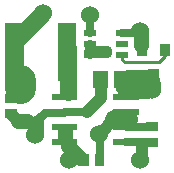
<source format=gbr>
G04 start of page 2 for group 0 idx 0 *
G04 Title: (unknown), component *
G04 Creator: pcb 20140316 *
G04 CreationDate: Sat Sep  5 02:44:50 2015 UTC *
G04 For: dima *
G04 Format: Gerber/RS-274X *
G04 PCB-Dimensions (mil): 944.88 944.88 *
G04 PCB-Coordinate-Origin: lower left *
%MOIN*%
%FSLAX25Y25*%
%LNTOP*%
%ADD36C,0.0200*%
%ADD35C,0.0350*%
%ADD34C,0.0439*%
%ADD33C,0.0600*%
%ADD32R,0.0340X0.0340*%
%ADD31R,0.0512X0.0512*%
%ADD30R,0.0200X0.0200*%
%ADD29R,0.0295X0.0295*%
%ADD28C,0.0197*%
%ADD27C,0.0001*%
%ADD26R,0.0197X0.0197*%
%ADD25R,0.0610X0.0610*%
%ADD24C,0.0550*%
%ADD23C,0.0257*%
%ADD22C,0.1037*%
%ADD21C,0.0565*%
%ADD20C,0.0486*%
%ADD19C,0.0500*%
%ADD18C,0.0644*%
%ADD17C,0.0336*%
%ADD16C,0.0415*%
%ADD15C,0.0250*%
%ADD14C,0.0494*%
%ADD13C,0.0100*%
%ADD12C,0.0950*%
%ADD11C,0.0407*%
G54D11*X54504Y49207D02*Y42907D01*
G54D12*X64089Y47707D02*X69704D01*
G54D13*X72184Y50787D02*X72104Y50707D01*
X61531Y57289D02*Y55880D01*
X62504Y54907D01*
X74004D02*X76004Y56907D01*
Y58407D01*
X74004Y54907D02*X62504D01*
X68204Y58907D02*X68898Y59601D01*
G54D14*X68002Y60856D02*Y65428D01*
G54D15*X61531Y64769D02*X67045D01*
X67636Y65359D01*
G54D16*X56299Y58268D02*X50787D01*
G54D13*Y57305D02*X50804Y57289D01*
Y58284D02*X50787Y58268D01*
G54D17*X50820Y60640D02*Y57895D01*
G54D18*X59004Y35907D02*X63504D01*
G54D15*X62992Y28307D02*X71663D01*
X71704Y28348D01*
Y33466D02*X63151D01*
G54D11*X68110Y21654D02*Y27520D01*
G54D15*X54122Y22407D02*Y31025D01*
G54D11*X59004Y35907D01*
G54D14*X42504Y29907D02*Y31907D01*
G54D19*X43504Y26907D02*X47504Y22907D01*
G54D13*X48819Y21592D02*X48788Y21622D01*
G54D11*X54504Y42907D02*X50004Y38407D01*
G54D15*X42592D01*
X35827Y38189D02*X42374D01*
X42592Y38407D02*X42374Y38189D01*
G54D11*X25004Y37289D02*X27385Y34907D01*
G54D20*X26885Y35407D02*X30004D01*
G54D15*X30289D02*X33045D01*
X35827Y38189D01*
X36220D02*X33465Y35433D01*
G54D11*Y30315D01*
G54D15*X43523Y59907D02*X43504Y59887D01*
G54D21*Y44907D01*
G54D22*X27504Y46407D02*Y48907D01*
G54D23*X50787Y69291D02*Y64785D01*
G54D13*X50804Y64769D01*
G54D15*X25744Y58407D02*Y61806D01*
G54D24*X35370Y71432D01*
G54D25*X43263Y65002D02*Y51813D01*
G54D26*X49771Y64769D02*X51837D01*
X49771Y61029D02*X51837D01*
X49771Y57289D02*X51837D01*
G54D27*G36*
X29519Y36117D02*Y34149D01*
X31488D01*
Y36117D01*
X29519D01*
G37*
G54D28*X30504Y43007D03*
G54D29*X24012Y37789D02*X24996D01*
X24012Y42907D02*X24996D01*
G54D25*X25744Y65002D02*Y51813D01*
G54D30*X39242Y43307D02*X45742D01*
X39242Y38307D02*X45742D01*
G54D29*X54122Y22899D02*Y21915D01*
X49004Y22899D02*Y21915D01*
G54D30*X39242Y33307D02*X45742D01*
X39242Y28307D02*X45742D01*
G54D31*X54503Y49600D02*Y48814D01*
X61589Y49600D02*Y48814D01*
G54D30*X59742Y38307D02*X66242D01*
X59742Y43307D02*X66242D01*
G54D32*X76004Y59207D02*Y58607D01*
X68204Y59207D02*Y58607D01*
G54D26*X60498Y64769D02*X62565D01*
X60498Y61029D02*X62565D01*
X60498Y57289D02*X62565D01*
G54D30*X59742Y28307D02*X66242D01*
X59742Y33307D02*X66242D01*
G54D29*X71212Y33466D02*X72196D01*
X71212Y28348D02*X72196D01*
G54D32*X72104Y51007D02*Y50407D01*
G54D33*X32677Y30709D03*
X71738Y45592D03*
X43963Y22508D03*
X53937Y31102D03*
X67636Y65359D03*
X35370Y71432D03*
X50787Y70866D03*
G54D34*X56299Y58268D03*
G54D33*X67717Y22441D03*
G54D35*G54D36*G54D35*M02*

</source>
